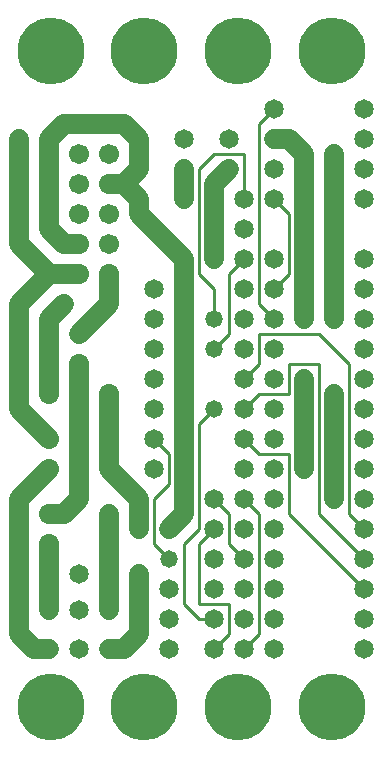
<source format=gtl>
%MOIN*%
%FSLAX25Y25*%
G04 D10 used for Character Trace; *
G04     Circle (OD=.01000) (No hole)*
G04 D11 used for Power Trace; *
G04     Circle (OD=.06500) (No hole)*
G04 D12 used for Signal Trace; *
G04     Circle (OD=.01100) (No hole)*
G04 D13 used for Via; *
G04     Circle (OD=.05800) (Round. Hole ID=.02800)*
G04 D14 used for Component hole; *
G04     Circle (OD=.06500) (Round. Hole ID=.03500)*
G04 D15 used for Component hole; *
G04     Circle (OD=.06700) (Round. Hole ID=.04300)*
G04 D16 used for Component hole; *
G04     Circle (OD=.08100) (Round. Hole ID=.05100)*
G04 D17 used for Component hole; *
G04     Circle (OD=.08900) (Round. Hole ID=.05900)*
G04 D18 used for Component hole; *
G04     Circle (OD=.11300) (Round. Hole ID=.08300)*
G04 D19 used for Component hole; *
G04     Circle (OD=.16000) (Round. Hole ID=.13000)*
G04 D20 used for Component hole; *
G04     Circle (OD=.18300) (Round. Hole ID=.15300)*
G04 D21 used for Component hole; *
G04     Circle (OD=.22291) (Round. Hole ID=.19291)*
%ADD10C,.01000*%
%ADD11C,.06500*%
%ADD12C,.01100*%
%ADD13C,.05800*%
%ADD14C,.06500*%
%ADD15C,.06700*%
%ADD16C,.08100*%
%ADD17C,.08900*%
%ADD18C,.11300*%
%ADD19C,.16000*%
%ADD20C,.18300*%
%ADD21C,.22291*%
%IPPOS*%
%LPD*%
G90*X0Y0D02*D21*X15625Y15625D03*D14*              
X35000Y35000D03*D11*X40000D01*X45000Y40000D01*    
Y60000D01*D14*D03*X55000Y55000D03*D12*Y65000D02*  
X50000Y70000D01*D13*X55000Y65000D03*D12*          
X60000Y50000D02*Y70000D01*X65000Y45000D02*        
X60000Y50000D01*X65000Y45000D02*X70000D01*D14*D03*
D12*Y35000D02*X75000Y40000D01*D14*X70000Y35000D03*
D12*X75000Y40000D02*Y50000D01*X65000D01*Y70000D01*
X70000Y75000D01*D14*D03*D12*X80000Y65000D02*      
X75000Y70000D01*D14*X80000Y65000D03*D12*          
X75000Y70000D02*Y80000D01*X70000Y85000D01*D14*D03*
X80000Y75000D03*Y95000D03*D12*X60000Y70000D02*    
X65000Y75000D01*Y110000D01*X70000Y115000D01*D13*  
D03*D14*X80000Y105000D03*D12*X85000Y100000D01*    
X95000D01*Y80000D01*X120000Y55000D01*D14*D03*     
Y65000D03*D12*X105000Y80000D01*Y130000D01*        
X95000D01*Y120000D01*X85000D01*X80000Y115000D01*  
D14*D03*X90000Y105000D03*Y125000D03*Y115000D03*   
X80000Y125000D03*D12*X85000Y130000D01*Y140000D01* 
X105000D01*X115000Y130000D01*Y80000D01*           
X120000Y75000D01*D14*D03*D13*X110000Y85000D03*D11*
Y120000D01*D13*D03*D14*X120000Y115000D03*D13*     
X100000Y125000D03*D11*Y95000D01*D13*D03*D14*      
X90000Y85000D03*Y95000D03*D12*X85000Y40000D02*    
Y80000D01*X80000Y35000D02*X85000Y40000D01*D14*    
X80000Y35000D03*X90000Y45000D03*Y35000D03*        
X80000Y45000D03*X90000Y55000D03*X80000D03*D21*    
X78125Y15625D03*D14*X70000Y55000D03*              
X55000Y45000D03*Y35000D03*D21*X109375Y15625D03*   
D14*X90000Y65000D03*X70000D03*D21*X46875Y15625D03*
D12*X50000Y70000D02*Y85000D01*X55000Y90000D01*    
Y100000D01*X50000Y105000D01*D14*D03*Y115000D03*   
Y95000D03*D15*X35000Y120000D03*D11*Y100000D01*D14*
D03*D11*Y95000D01*X45000Y85000D01*Y75000D01*D14*  
D03*X35000Y80000D03*D11*Y48000D01*D14*D03*        
X25000Y35000D03*Y48000D03*Y60000D03*              
X15000Y48000D03*D11*Y70000D01*D15*D03*D11*        
Y80000D02*X20000D01*D15*X15000D03*D11*X20000D02*  
X25000Y85000D01*Y130000D01*D15*D03*               
X15000Y120000D03*D11*Y145000D01*X20000Y150000D01* 
D13*D03*D15*X25000Y160000D03*D11*X15000D01*       
X5000Y150000D01*Y115000D01*X15000Y105000D01*D15*  
D03*Y95000D03*D11*X5000Y85000D01*Y40000D01*       
X10000Y35000D01*X15000D01*D14*D03*X55000Y75000D03*
D11*X60000Y80000D01*Y155000D01*D13*D03*D11*       
Y165000D01*X50000Y175000D01*D13*D03*D11*          
X45000Y180000D01*Y185000D01*X40000Y190000D01*     
X35000D01*D15*D03*D11*X40000D02*X45000Y195000D01* 
Y205000D01*D13*D03*D11*X40000Y210000D01*X20000D01*
X15000Y205000D01*Y175000D01*X20000Y170000D01*     
X25000D01*D15*D03*X35000Y160000D03*D11*Y150000D01*
X25000Y140000D01*D13*D03*D11*X15000Y160000D02*    
X5000Y170000D01*Y205000D01*D13*D03*D15*           
X25000Y190000D03*Y200000D03*Y180000D03*X35000D03* 
D21*X15625Y234375D03*D15*X35000Y200000D03*        
Y170000D03*D21*X46875Y234375D03*D14*              
X50000Y155000D03*X60000Y185000D03*D11*Y195000D01* 
D14*D03*D12*X65000Y160000D02*Y195000D01*          
X70000Y155000D02*X65000Y160000D01*                
X70000Y145000D02*Y155000D01*D13*Y145000D03*D12*   
Y135000D02*X75000Y140000D01*D13*X70000Y135000D03* 
D12*X75000Y140000D02*Y160000D01*X80000Y165000D01* 
D14*D03*X90000Y155000D03*D12*X95000Y160000D01*    
Y180000D01*X90000Y185000D01*D14*D03*              
X100000Y175000D03*D11*Y145000D01*D13*D03*D14*     
X90000Y135000D03*D13*X110000Y145000D03*D11*       
Y175000D01*D14*D03*D11*Y200000D01*D13*D03*D14*    
X120000Y195000D03*D11*X100000Y175000D02*          
Y200000D01*D14*X90000Y165000D03*X120000Y155000D03*
X80000D03*X120000Y165000D03*X80000Y185000D03*D12* 
Y200000D01*X70000D01*X65000Y195000D01*D11*        
X70000Y185000D02*Y190000D01*D14*Y185000D03*D11*   
Y165000D01*D13*D03*D14*X80000Y175000D03*D12*      
X90000Y145000D02*X85000Y150000D01*D14*            
X90000Y145000D03*D12*X85000Y150000D02*Y210000D01* 
X90000Y215000D01*D14*D03*Y205000D03*D11*X95000D01*
X100000Y200000D01*D14*X90000Y195000D03*           
X120000Y185000D03*Y205000D03*Y215000D03*          
X75000Y205000D03*Y195000D03*D11*X70000Y190000D01* 
D14*X60000Y205000D03*D21*X109375Y234375D03*D14*   
X50000Y145000D03*D21*X78125Y234375D03*D14*        
X80000Y145000D03*X120000D03*X50000Y135000D03*     
X80000D03*X120000D03*X50000Y125000D03*X120000D03* 
Y105000D03*Y95000D03*X80000Y85000D03*D12*         
X85000Y80000D01*D14*X90000Y75000D03*              
X120000Y45000D03*Y85000D03*Y35000D03*M02*         

</source>
